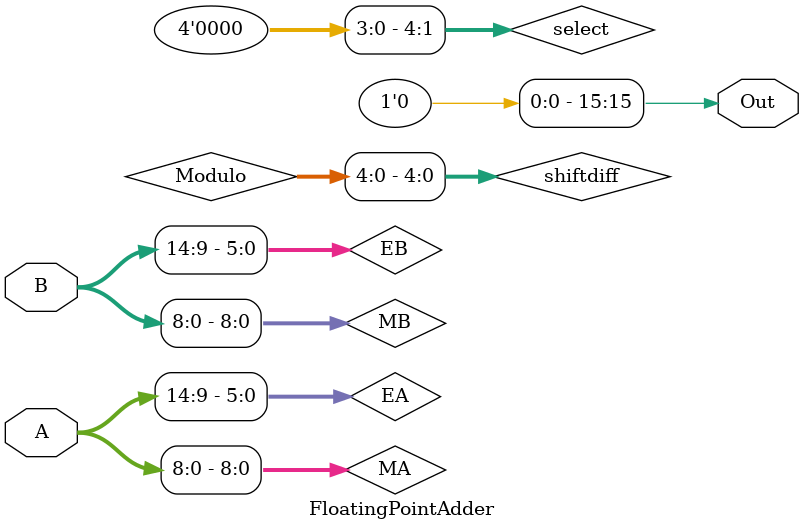
<source format=v>
module  FloatingPointAdder(  input [15:0] A,
input [15:0] B, output [15:0] Out
);
wire [8:0]MA; wire [8:0]MB; wire [5:0]EA; wire [5:0]EB;
assign MA[8:0]=A[8:0];
assign MB[8:0]=B[8:0];
assign EA = A[14:9];
assign EB = B[14:9];

wire [5:0]Modulo;
wire Borrow;
Sub_Result subtract(EA,EB,Modulo,Borrow);
wire [9:0]mux1out;
wire [9:0]mux2out;
Mux9 rightshiftertop(MB,MA,Borrow,mux1out);
Mux9 addertop(MA,MB,Borrow,mux2out);
wire [9:0]outshift;

wire [4:0]shiftdiff;
assign shiftdiff = Modulo[4:0];
BarrelShifter rightshift(mux1out,outshift,shiftdiff);

wire [9:0]adderout;
wire cout;
Adder_9Bit A1(mux2out,outshift,adderout,cout);

wire [5:0]maxexp ;
Mux_6 expmax(EA,EB,Borrow,maxexp);

wire [5:0]expfinal;
ControlledIncrementor finexp(cout,maxexp,expfinal);
wire [9:0]finalM;
 wire [4:0]select;
assign select[4:1] = 4'b0000;
assign select[0] = cout;
BarrelShifter finalshifter(adderout,finalM,select); assign Out[15] = 0;
endmodule
</source>
